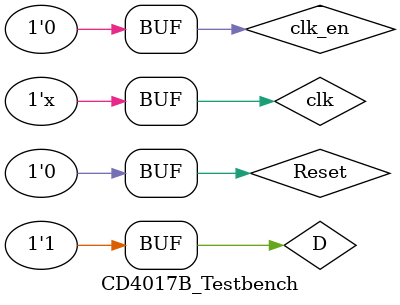
<source format=v>
`timescale 1ns / 1ps


module CD4017B_Testbench(

    );
    
    reg D;
    reg Reset;
    reg clk;
    reg clk_en;
    wire clk_test;
    wire reset_test;
    wire D0;
    wire D1;
    wire D2;
    wire D3;
    wire D4;
    wire D5;
    wire D6;
    wire D7;
    wire D8;
    wire D9;
    wire Cout;
    
    CD4017B UI(D, Reset, clk, clk_en, D0, D1, D2, D3, D4, D5, D6, D7, D8, D9, Cout);
    initial begin
        D = 0;
        Reset = 1;
        clk = 1;
        clk_en = 1; 
        #50;
        D = 1;
        #50;
        Reset = 0;
        clk_en = 0;
    end
    
    always #50 clk = !clk;

endmodule











</source>
